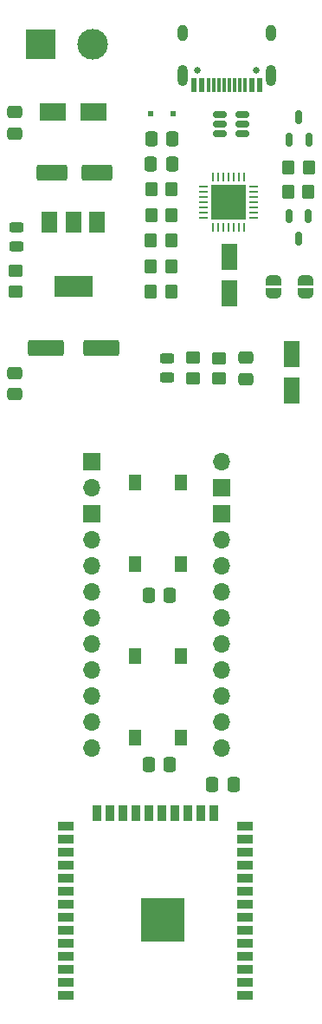
<source format=gbr>
%TF.GenerationSoftware,KiCad,Pcbnew,(6.0.11-0)*%
%TF.CreationDate,2023-11-09T08:58:10+01:00*%
%TF.ProjectId,ZESP32,5a455350-3332-42e6-9b69-6361645f7063,rev?*%
%TF.SameCoordinates,Original*%
%TF.FileFunction,Soldermask,Top*%
%TF.FilePolarity,Negative*%
%FSLAX46Y46*%
G04 Gerber Fmt 4.6, Leading zero omitted, Abs format (unit mm)*
G04 Created by KiCad (PCBNEW (6.0.11-0)) date 2023-11-09 08:58:10*
%MOMM*%
%LPD*%
G01*
G04 APERTURE LIST*
G04 Aperture macros list*
%AMRoundRect*
0 Rectangle with rounded corners*
0 $1 Rounding radius*
0 $2 $3 $4 $5 $6 $7 $8 $9 X,Y pos of 4 corners*
0 Add a 4 corners polygon primitive as box body*
4,1,4,$2,$3,$4,$5,$6,$7,$8,$9,$2,$3,0*
0 Add four circle primitives for the rounded corners*
1,1,$1+$1,$2,$3*
1,1,$1+$1,$4,$5*
1,1,$1+$1,$6,$7*
1,1,$1+$1,$8,$9*
0 Add four rect primitives between the rounded corners*
20,1,$1+$1,$2,$3,$4,$5,0*
20,1,$1+$1,$4,$5,$6,$7,0*
20,1,$1+$1,$6,$7,$8,$9,0*
20,1,$1+$1,$8,$9,$2,$3,0*%
%AMFreePoly0*
4,1,22,0.500000,-0.750000,0.000000,-0.750000,0.000000,-0.745033,-0.079941,-0.743568,-0.215256,-0.701293,-0.333266,-0.622738,-0.424486,-0.514219,-0.481581,-0.384460,-0.499164,-0.250000,-0.500000,-0.250000,-0.500000,0.250000,-0.499164,0.250000,-0.499963,0.256109,-0.478152,0.396186,-0.417904,0.524511,-0.324060,0.630769,-0.204165,0.706417,-0.067858,0.745374,0.000000,0.744959,0.000000,0.750000,
0.500000,0.750000,0.500000,-0.750000,0.500000,-0.750000,$1*%
%AMFreePoly1*
4,1,20,0.000000,0.744959,0.073905,0.744508,0.209726,0.703889,0.328688,0.626782,0.421226,0.519385,0.479903,0.390333,0.500000,0.250000,0.500000,-0.250000,0.499851,-0.262216,0.476331,-0.402017,0.414519,-0.529596,0.319384,-0.634700,0.198574,-0.708877,0.061801,-0.746166,0.000000,-0.745033,0.000000,-0.750000,-0.500000,-0.750000,-0.500000,0.750000,0.000000,0.750000,0.000000,0.744959,
0.000000,0.744959,$1*%
G04 Aperture macros list end*
%ADD10R,1.700000X1.700000*%
%ADD11O,1.700000X1.700000*%
%ADD12R,1.300000X1.550000*%
%ADD13FreePoly0,270.000000*%
%ADD14FreePoly1,270.000000*%
%ADD15RoundRect,0.150000X-0.150000X0.512500X-0.150000X-0.512500X0.150000X-0.512500X0.150000X0.512500X0*%
%ADD16RoundRect,0.250000X-0.550000X1.050000X-0.550000X-1.050000X0.550000X-1.050000X0.550000X1.050000X0*%
%ADD17RoundRect,0.250000X-0.350000X-0.450000X0.350000X-0.450000X0.350000X0.450000X-0.350000X0.450000X0*%
%ADD18RoundRect,0.250000X0.550000X-1.050000X0.550000X1.050000X-0.550000X1.050000X-0.550000X-1.050000X0*%
%ADD19RoundRect,0.250000X0.337500X0.475000X-0.337500X0.475000X-0.337500X-0.475000X0.337500X-0.475000X0*%
%ADD20RoundRect,0.250000X0.350000X0.450000X-0.350000X0.450000X-0.350000X-0.450000X0.350000X-0.450000X0*%
%ADD21RoundRect,0.150000X-0.512500X-0.150000X0.512500X-0.150000X0.512500X0.150000X-0.512500X0.150000X0*%
%ADD22R,1.500000X0.900000*%
%ADD23R,0.900000X1.500000*%
%ADD24C,0.475000*%
%ADD25R,4.200000X4.200000*%
%ADD26RoundRect,0.250000X0.475000X-0.337500X0.475000X0.337500X-0.475000X0.337500X-0.475000X-0.337500X0*%
%ADD27RoundRect,0.250000X-0.337500X-0.475000X0.337500X-0.475000X0.337500X0.475000X-0.337500X0.475000X0*%
%ADD28C,0.650000*%
%ADD29R,0.600000X1.450000*%
%ADD30R,0.300000X1.450000*%
%ADD31O,1.000000X1.600000*%
%ADD32O,1.000000X2.100000*%
%ADD33RoundRect,0.250000X-1.500000X-0.550000X1.500000X-0.550000X1.500000X0.550000X-1.500000X0.550000X0*%
%ADD34RoundRect,0.250000X0.450000X-0.350000X0.450000X0.350000X-0.450000X0.350000X-0.450000X-0.350000X0*%
%ADD35RoundRect,0.243750X-0.456250X0.243750X-0.456250X-0.243750X0.456250X-0.243750X0.456250X0.243750X0*%
%ADD36R,3.000000X3.000000*%
%ADD37C,3.000000*%
%ADD38RoundRect,0.062500X-0.062500X0.337500X-0.062500X-0.337500X0.062500X-0.337500X0.062500X0.337500X0*%
%ADD39RoundRect,0.062500X-0.337500X0.062500X-0.337500X-0.062500X0.337500X-0.062500X0.337500X0.062500X0*%
%ADD40R,3.350000X3.350000*%
%ADD41R,0.500000X0.500000*%
%ADD42RoundRect,0.250000X-1.250000X-0.550000X1.250000X-0.550000X1.250000X0.550000X-1.250000X0.550000X0*%
%ADD43R,1.500000X2.000000*%
%ADD44R,3.800000X2.000000*%
%ADD45RoundRect,0.150000X0.150000X-0.512500X0.150000X0.512500X-0.150000X0.512500X-0.150000X-0.512500X0*%
%ADD46RoundRect,0.250000X-0.475000X0.337500X-0.475000X-0.337500X0.475000X-0.337500X0.475000X0.337500X0*%
%ADD47R,2.500000X1.800000*%
%ADD48RoundRect,0.243750X0.456250X-0.243750X0.456250X0.243750X-0.456250X0.243750X-0.456250X-0.243750X0*%
G04 APERTURE END LIST*
D10*
%TO.C,J8*%
X91440000Y-88900000D03*
D11*
X91440000Y-91440000D03*
%TD*%
D12*
%TO.C,SW1*%
X95651000Y-107912000D03*
X95651000Y-115862000D03*
X100151000Y-107912000D03*
X100151000Y-115862000D03*
%TD*%
D13*
%TO.C,JP2*%
X109240400Y-71211600D03*
D14*
X109240400Y-72511600D03*
%TD*%
D15*
%TO.C,Q1*%
X110708400Y-64927900D03*
X112608400Y-64927900D03*
X111658400Y-67202900D03*
%TD*%
D16*
%TO.C,C9*%
X104871600Y-68944000D03*
X104871600Y-72544000D03*
%TD*%
D17*
%TO.C,R8*%
X110662800Y-60228400D03*
X112662800Y-60228400D03*
%TD*%
D18*
%TO.C,C3*%
X110967600Y-81992800D03*
X110967600Y-78392800D03*
%TD*%
D19*
%TO.C,C12*%
X99305100Y-59888800D03*
X97230100Y-59888800D03*
%TD*%
D20*
%TO.C,R4*%
X99267600Y-64867200D03*
X97267600Y-64867200D03*
%TD*%
D21*
%TO.C,U1*%
X103937300Y-55027200D03*
X103937300Y-55977200D03*
X103937300Y-56927200D03*
X106212300Y-56927200D03*
X106212300Y-55977200D03*
X106212300Y-55027200D03*
%TD*%
D10*
%TO.C,J3*%
X91440000Y-93980000D03*
D11*
X91440000Y-96520000D03*
X91440000Y-99060000D03*
X91440000Y-101600000D03*
X91440000Y-104140000D03*
X91440000Y-106680000D03*
X91440000Y-109220000D03*
X91440000Y-111760000D03*
X91440000Y-114300000D03*
X91440000Y-116840000D03*
%TD*%
D22*
%TO.C,U4*%
X106413000Y-140965000D03*
X106413000Y-139695000D03*
X106413000Y-138425000D03*
X106413000Y-137155000D03*
X106413000Y-135885000D03*
X106413000Y-134615000D03*
X106413000Y-133345000D03*
X106413000Y-132075000D03*
X106413000Y-130805000D03*
X106413000Y-129535000D03*
X106413000Y-128265000D03*
X106413000Y-126995000D03*
X106413000Y-125725000D03*
X106413000Y-124455000D03*
D23*
X103373000Y-123205000D03*
X102103000Y-123205000D03*
X100833000Y-123205000D03*
X99563000Y-123205000D03*
X98293000Y-123205000D03*
X97023000Y-123205000D03*
X95753000Y-123205000D03*
X94483000Y-123205000D03*
X93213000Y-123205000D03*
X91943000Y-123205000D03*
D22*
X88913000Y-124455000D03*
X88913000Y-125725000D03*
X88913000Y-126995000D03*
X88913000Y-128265000D03*
X88913000Y-129535000D03*
X88913000Y-130805000D03*
X88913000Y-132075000D03*
X88913000Y-133345000D03*
X88913000Y-134615000D03*
X88913000Y-135885000D03*
X88913000Y-137155000D03*
X88913000Y-138425000D03*
X88913000Y-139695000D03*
X88913000Y-140965000D03*
D24*
X98343000Y-132862500D03*
X99105500Y-135150000D03*
X97580500Y-133625000D03*
X99105500Y-132100000D03*
X97580500Y-135150000D03*
X96818000Y-134387500D03*
X99105500Y-133625000D03*
X97580500Y-132100000D03*
D25*
X98343000Y-133625000D03*
D24*
X98343000Y-134387500D03*
X99868000Y-132862500D03*
X99868000Y-134387500D03*
X96818000Y-132862500D03*
%TD*%
D26*
%TO.C,C7*%
X106497200Y-80874700D03*
X106497200Y-78799700D03*
%TD*%
D10*
%TO.C,J7*%
X104140000Y-91440000D03*
D11*
X104140000Y-88900000D03*
%TD*%
D27*
%TO.C,C1*%
X97006500Y-118491000D03*
X99081500Y-118491000D03*
%TD*%
D28*
%TO.C,J2*%
X107538000Y-50733000D03*
X101758000Y-50733000D03*
D29*
X107898000Y-52178000D03*
X107098000Y-52178000D03*
D30*
X105898000Y-52178000D03*
X104898000Y-52178000D03*
X104398000Y-52178000D03*
X103398000Y-52178000D03*
D29*
X102198000Y-52178000D03*
X101398000Y-52178000D03*
X101398000Y-52178000D03*
X102198000Y-52178000D03*
D30*
X102898000Y-52178000D03*
X103898000Y-52178000D03*
X105398000Y-52178000D03*
X106398000Y-52178000D03*
D29*
X107098000Y-52178000D03*
X107898000Y-52178000D03*
D31*
X100328000Y-47083000D03*
D32*
X108968000Y-51263000D03*
X100328000Y-51263000D03*
D31*
X108968000Y-47083000D03*
%TD*%
D33*
%TO.C,C10*%
X86931600Y-77805200D03*
X92331600Y-77805200D03*
%TD*%
D34*
%TO.C,R2*%
X83992800Y-72302800D03*
X83992800Y-70302800D03*
%TD*%
D19*
%TO.C,C8*%
X105304500Y-120396000D03*
X103229500Y-120396000D03*
%TD*%
D20*
%TO.C,R6*%
X99216800Y-67305600D03*
X97216800Y-67305600D03*
%TD*%
D34*
%TO.C,R1*%
X103906400Y-80837200D03*
X103906400Y-78837200D03*
%TD*%
D35*
%TO.C,D3*%
X84043600Y-66098100D03*
X84043600Y-67973100D03*
%TD*%
D17*
%TO.C,R7*%
X97216800Y-72334800D03*
X99216800Y-72334800D03*
%TD*%
%TO.C,R3*%
X97267600Y-62378000D03*
X99267600Y-62378000D03*
%TD*%
D36*
%TO.C,J1*%
X86482000Y-48239600D03*
D37*
X91562000Y-48239600D03*
%TD*%
D17*
%TO.C,R9*%
X110628000Y-62616000D03*
X112628000Y-62616000D03*
%TD*%
D38*
%TO.C,U3*%
X106320800Y-61147200D03*
X105820800Y-61147200D03*
X105320800Y-61147200D03*
X104820800Y-61147200D03*
X104320800Y-61147200D03*
X103820800Y-61147200D03*
X103320800Y-61147200D03*
D39*
X102370800Y-62097200D03*
X102370800Y-62597200D03*
X102370800Y-63097200D03*
X102370800Y-63597200D03*
X102370800Y-64097200D03*
X102370800Y-64597200D03*
X102370800Y-65097200D03*
D38*
X103320800Y-66047200D03*
X103820800Y-66047200D03*
X104320800Y-66047200D03*
X104820800Y-66047200D03*
X105320800Y-66047200D03*
X105820800Y-66047200D03*
X106320800Y-66047200D03*
D39*
X107270800Y-65097200D03*
X107270800Y-64597200D03*
X107270800Y-64097200D03*
X107270800Y-63597200D03*
X107270800Y-63097200D03*
X107270800Y-62597200D03*
X107270800Y-62097200D03*
D40*
X104820800Y-63597200D03*
%TD*%
D41*
%TO.C,D2*%
X97218400Y-55012000D03*
X99418400Y-55012000D03*
%TD*%
D42*
%TO.C,C6*%
X87584000Y-60736400D03*
X91984000Y-60736400D03*
%TD*%
D19*
%TO.C,C5*%
X99355900Y-57450400D03*
X97280900Y-57450400D03*
%TD*%
D34*
%TO.C,R10*%
X101366400Y-80786400D03*
X101366400Y-78786400D03*
%TD*%
D12*
%TO.C,SW2*%
X95651000Y-90992000D03*
X95651000Y-98942000D03*
X100151000Y-98942000D03*
X100151000Y-90992000D03*
%TD*%
D43*
%TO.C,U2*%
X91931600Y-65562000D03*
D44*
X89631600Y-71862000D03*
D43*
X89631600Y-65562000D03*
X87331600Y-65562000D03*
%TD*%
D45*
%TO.C,Q2*%
X112659200Y-57550900D03*
X110759200Y-57550900D03*
X111709200Y-55275900D03*
%TD*%
D27*
%TO.C,C2*%
X97006500Y-101981000D03*
X99081500Y-101981000D03*
%TD*%
D10*
%TO.C,J4*%
X104140000Y-93980000D03*
D11*
X104140000Y-96520000D03*
X104140000Y-99060000D03*
X104140000Y-101600000D03*
X104140000Y-104140000D03*
X104140000Y-106680000D03*
X104140000Y-109220000D03*
X104140000Y-111760000D03*
X104140000Y-114300000D03*
X104140000Y-116840000D03*
%TD*%
D17*
%TO.C,R5*%
X97216800Y-69845600D03*
X99216800Y-69845600D03*
%TD*%
D46*
%TO.C,C4*%
X83942000Y-54822100D03*
X83942000Y-56897100D03*
%TD*%
D13*
%TO.C,JP1*%
X112339200Y-71211600D03*
D14*
X112339200Y-72511600D03*
%TD*%
D47*
%TO.C,D1*%
X87631600Y-54792800D03*
X91631600Y-54792800D03*
%TD*%
D46*
%TO.C,C11*%
X83942000Y-80272900D03*
X83942000Y-82347900D03*
%TD*%
D48*
%TO.C,D4*%
X98775600Y-80723900D03*
X98775600Y-78848900D03*
%TD*%
M02*

</source>
